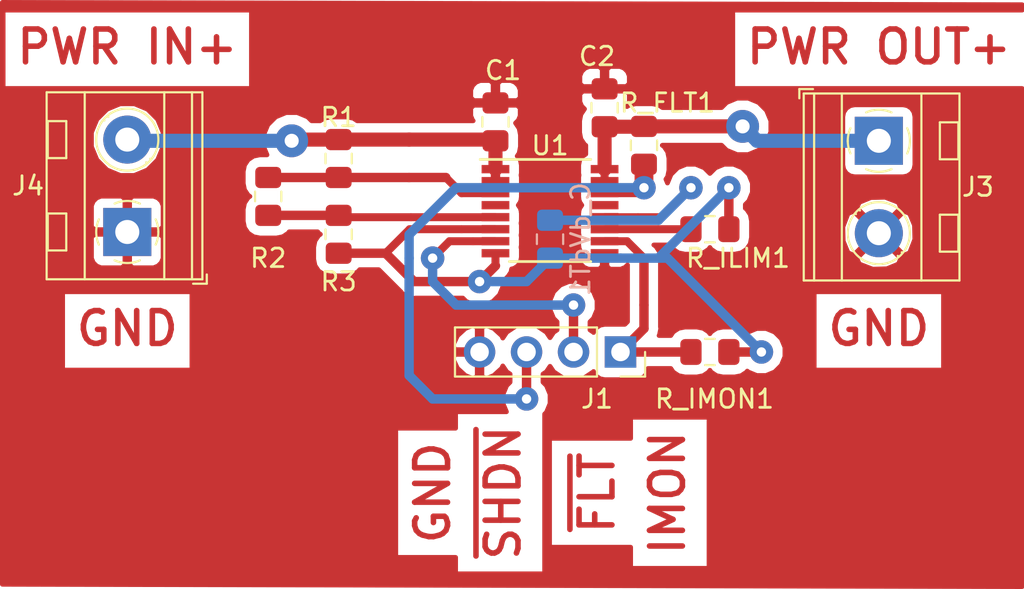
<source format=kicad_pcb>
(kicad_pcb (version 20171130) (host pcbnew "(5.0.2)-1")

  (general
    (thickness 1.6)
    (drawings 8)
    (tracks 83)
    (zones 0)
    (modules 13)
    (nets 12)
  )

  (page A4)
  (layers
    (0 F.Cu signal)
    (31 B.Cu signal hide)
    (32 B.Adhes user hide)
    (33 F.Adhes user hide)
    (34 B.Paste user hide)
    (35 F.Paste user hide)
    (36 B.SilkS user hide)
    (37 F.SilkS user hide)
    (38 B.Mask user hide)
    (39 F.Mask user hide)
    (40 Dwgs.User user hide)
    (41 Cmts.User user hide)
    (42 Eco1.User user hide)
    (43 Eco2.User user hide)
    (44 Edge.Cuts user hide)
    (45 Margin user hide)
    (46 B.CrtYd user hide)
    (47 F.CrtYd user hide)
    (48 B.Fab user hide)
    (49 F.Fab user hide)
  )

  (setup
    (last_trace_width 0.25)
    (trace_clearance 0.2)
    (zone_clearance 0.508)
    (zone_45_only no)
    (trace_min 0.2)
    (segment_width 0.2)
    (edge_width 0.15)
    (via_size 0.8)
    (via_drill 0.4)
    (via_min_size 0.4)
    (via_min_drill 0.3)
    (uvia_size 0.3)
    (uvia_drill 0.1)
    (uvias_allowed no)
    (uvia_min_size 0.2)
    (uvia_min_drill 0.1)
    (pcb_text_width 0.3)
    (pcb_text_size 1.5 1.5)
    (mod_edge_width 0.15)
    (mod_text_size 1 1)
    (mod_text_width 0.15)
    (pad_size 1.524 1.524)
    (pad_drill 0.762)
    (pad_to_mask_clearance 0.051)
    (solder_mask_min_width 0.25)
    (aux_axis_origin 0 0)
    (visible_elements 7FFFFFFF)
    (pcbplotparams
      (layerselection 0x01000_ffffffff)
      (usegerberextensions false)
      (usegerberattributes false)
      (usegerberadvancedattributes false)
      (creategerberjobfile false)
      (excludeedgelayer true)
      (linewidth 0.100000)
      (plotframeref false)
      (viasonmask false)
      (mode 1)
      (useauxorigin false)
      (hpglpennumber 1)
      (hpglpenspeed 20)
      (hpglpendiameter 15.000000)
      (psnegative false)
      (psa4output false)
      (plotreference true)
      (plotvalue true)
      (plotinvisibletext false)
      (padsonsilk false)
      (subtractmaskfromsilk false)
      (outputformat 1)
      (mirror false)
      (drillshape 0)
      (scaleselection 1)
      (outputdirectory "E:/Power Swtich B Drills/"))
  )

  (net 0 "")
  (net 1 GND)
  (net 2 "Net-(C1-Pad1)")
  (net 3 "Net-(C2-Pad2)")
  (net 4 "Net-(C_dVdT1-Pad1)")
  (net 5 "Net-(C_dVdT1-Pad2)")
  (net 6 "Net-(R1-Pad2)")
  (net 7 "Net-(R2-Pad2)")
  (net 8 "Net-(R_ILIM1-Pad1)")
  (net 9 "Net-(J1-Pad1)")
  (net 10 "Net-(J1-Pad2)")
  (net 11 "Net-(J1-Pad3)")

  (net_class Default "This is the default net class."
    (clearance 0.2)
    (trace_width 0.25)
    (via_dia 0.8)
    (via_drill 0.4)
    (uvia_dia 0.3)
    (uvia_drill 0.1)
    (add_net GND)
    (add_net "Net-(C1-Pad1)")
    (add_net "Net-(C2-Pad2)")
    (add_net "Net-(C_dVdT1-Pad1)")
    (add_net "Net-(C_dVdT1-Pad2)")
    (add_net "Net-(J1-Pad1)")
    (add_net "Net-(J1-Pad2)")
    (add_net "Net-(J1-Pad3)")
    (add_net "Net-(R1-Pad2)")
    (add_net "Net-(R2-Pad2)")
    (add_net "Net-(R_ILIM1-Pad1)")
  )

  (module Capacitor_SMD:C_0805_2012Metric_Pad1.15x1.40mm_HandSolder (layer F.Cu) (tedit 5B36C52B) (tstamp 5CD9B2FE)
    (at 150.72 96.765 90)
    (descr "Capacitor SMD 0805 (2012 Metric), square (rectangular) end terminal, IPC_7351 nominal with elongated pad for handsoldering. (Body size source: https://docs.google.com/spreadsheets/d/1BsfQQcO9C6DZCsRaXUlFlo91Tg2WpOkGARC1WS5S8t0/edit?usp=sharing), generated with kicad-footprint-generator")
    (tags "capacitor handsolder")
    (path /5CCCF797)
    (attr smd)
    (fp_text reference C1 (at 2.785 0.41 180) (layer F.SilkS)
      (effects (font (size 1 1) (thickness 0.15)))
    )
    (fp_text value 1uF (at 0 1.65 90) (layer F.Fab)
      (effects (font (size 1 1) (thickness 0.15)))
    )
    (fp_text user %R (at 0 0 90) (layer F.Fab)
      (effects (font (size 0.5 0.5) (thickness 0.08)))
    )
    (fp_line (start 1.85 0.95) (end -1.85 0.95) (layer F.CrtYd) (width 0.05))
    (fp_line (start 1.85 -0.95) (end 1.85 0.95) (layer F.CrtYd) (width 0.05))
    (fp_line (start -1.85 -0.95) (end 1.85 -0.95) (layer F.CrtYd) (width 0.05))
    (fp_line (start -1.85 0.95) (end -1.85 -0.95) (layer F.CrtYd) (width 0.05))
    (fp_line (start -0.261252 0.71) (end 0.261252 0.71) (layer F.SilkS) (width 0.12))
    (fp_line (start -0.261252 -0.71) (end 0.261252 -0.71) (layer F.SilkS) (width 0.12))
    (fp_line (start 1 0.6) (end -1 0.6) (layer F.Fab) (width 0.1))
    (fp_line (start 1 -0.6) (end 1 0.6) (layer F.Fab) (width 0.1))
    (fp_line (start -1 -0.6) (end 1 -0.6) (layer F.Fab) (width 0.1))
    (fp_line (start -1 0.6) (end -1 -0.6) (layer F.Fab) (width 0.1))
    (pad 2 smd roundrect (at 1.025 0 90) (size 1.15 1.4) (layers F.Cu F.Paste F.Mask) (roundrect_rratio 0.217391)
      (net 1 GND))
    (pad 1 smd roundrect (at -1.025 0 90) (size 1.15 1.4) (layers F.Cu F.Paste F.Mask) (roundrect_rratio 0.217391)
      (net 2 "Net-(C1-Pad1)"))
    (model ${KISYS3DMOD}/Capacitor_SMD.3dshapes/C_0805_2012Metric.wrl
      (at (xyz 0 0 0))
      (scale (xyz 1 1 1))
      (rotate (xyz 0 0 0))
    )
  )

  (module Capacitor_SMD:C_0805_2012Metric_Pad1.15x1.40mm_HandSolder (layer F.Cu) (tedit 5B36C52B) (tstamp 5CD9B30F)
    (at 156.62 96.003 270)
    (descr "Capacitor SMD 0805 (2012 Metric), square (rectangular) end terminal, IPC_7351 nominal with elongated pad for handsoldering. (Body size source: https://docs.google.com/spreadsheets/d/1BsfQQcO9C6DZCsRaXUlFlo91Tg2WpOkGARC1WS5S8t0/edit?usp=sharing), generated with kicad-footprint-generator")
    (tags "capacitor handsolder")
    (path /5CAE2DCB)
    (attr smd)
    (fp_text reference C2 (at -2.785 0.41) (layer F.SilkS)
      (effects (font (size 1 1) (thickness 0.15)))
    )
    (fp_text value 1uF (at 0 1.65 270) (layer F.Fab)
      (effects (font (size 1 1) (thickness 0.15)))
    )
    (fp_line (start -1 0.6) (end -1 -0.6) (layer F.Fab) (width 0.1))
    (fp_line (start -1 -0.6) (end 1 -0.6) (layer F.Fab) (width 0.1))
    (fp_line (start 1 -0.6) (end 1 0.6) (layer F.Fab) (width 0.1))
    (fp_line (start 1 0.6) (end -1 0.6) (layer F.Fab) (width 0.1))
    (fp_line (start -0.261252 -0.71) (end 0.261252 -0.71) (layer F.SilkS) (width 0.12))
    (fp_line (start -0.261252 0.71) (end 0.261252 0.71) (layer F.SilkS) (width 0.12))
    (fp_line (start -1.85 0.95) (end -1.85 -0.95) (layer F.CrtYd) (width 0.05))
    (fp_line (start -1.85 -0.95) (end 1.85 -0.95) (layer F.CrtYd) (width 0.05))
    (fp_line (start 1.85 -0.95) (end 1.85 0.95) (layer F.CrtYd) (width 0.05))
    (fp_line (start 1.85 0.95) (end -1.85 0.95) (layer F.CrtYd) (width 0.05))
    (fp_text user %R (at 0 0 270) (layer F.Fab)
      (effects (font (size 0.5 0.5) (thickness 0.08)))
    )
    (pad 1 smd roundrect (at -1.025 0 270) (size 1.15 1.4) (layers F.Cu F.Paste F.Mask) (roundrect_rratio 0.217391)
      (net 1 GND))
    (pad 2 smd roundrect (at 1.025 0 270) (size 1.15 1.4) (layers F.Cu F.Paste F.Mask) (roundrect_rratio 0.217391)
      (net 3 "Net-(C2-Pad2)"))
    (model ${KISYS3DMOD}/Capacitor_SMD.3dshapes/C_0805_2012Metric.wrl
      (at (xyz 0 0 0))
      (scale (xyz 1 1 1))
      (rotate (xyz 0 0 0))
    )
  )

  (module Capacitor_SMD:C_0805_2012Metric_Pad1.15x1.40mm_HandSolder (layer B.Cu) (tedit 5B36C52B) (tstamp 5CD9B320)
    (at 153.67 103.115 90)
    (descr "Capacitor SMD 0805 (2012 Metric), square (rectangular) end terminal, IPC_7351 nominal with elongated pad for handsoldering. (Body size source: https://docs.google.com/spreadsheets/d/1BsfQQcO9C6DZCsRaXUlFlo91Tg2WpOkGARC1WS5S8t0/edit?usp=sharing), generated with kicad-footprint-generator")
    (tags "capacitor handsolder")
    (path /5CCD23E1)
    (attr smd)
    (fp_text reference C_dVdT1 (at 0 1.65 90) (layer B.SilkS)
      (effects (font (size 1 1) (thickness 0.15)) (justify mirror))
    )
    (fp_text value 1uF (at 0 -1.65 90) (layer B.Fab)
      (effects (font (size 1 1) (thickness 0.15)) (justify mirror))
    )
    (fp_line (start -1 -0.6) (end -1 0.6) (layer B.Fab) (width 0.1))
    (fp_line (start -1 0.6) (end 1 0.6) (layer B.Fab) (width 0.1))
    (fp_line (start 1 0.6) (end 1 -0.6) (layer B.Fab) (width 0.1))
    (fp_line (start 1 -0.6) (end -1 -0.6) (layer B.Fab) (width 0.1))
    (fp_line (start -0.261252 0.71) (end 0.261252 0.71) (layer B.SilkS) (width 0.12))
    (fp_line (start -0.261252 -0.71) (end 0.261252 -0.71) (layer B.SilkS) (width 0.12))
    (fp_line (start -1.85 -0.95) (end -1.85 0.95) (layer B.CrtYd) (width 0.05))
    (fp_line (start -1.85 0.95) (end 1.85 0.95) (layer B.CrtYd) (width 0.05))
    (fp_line (start 1.85 0.95) (end 1.85 -0.95) (layer B.CrtYd) (width 0.05))
    (fp_line (start 1.85 -0.95) (end -1.85 -0.95) (layer B.CrtYd) (width 0.05))
    (fp_text user %R (at 0 0 90) (layer B.Fab)
      (effects (font (size 0.5 0.5) (thickness 0.08)) (justify mirror))
    )
    (pad 1 smd roundrect (at -1.025 0 90) (size 1.15 1.4) (layers B.Cu B.Paste B.Mask) (roundrect_rratio 0.217391)
      (net 4 "Net-(C_dVdT1-Pad1)"))
    (pad 2 smd roundrect (at 1.025 0 90) (size 1.15 1.4) (layers B.Cu B.Paste B.Mask) (roundrect_rratio 0.217391)
      (net 5 "Net-(C_dVdT1-Pad2)"))
    (model ${KISYS3DMOD}/Capacitor_SMD.3dshapes/C_0805_2012Metric.wrl
      (at (xyz 0 0 0))
      (scale (xyz 1 1 1))
      (rotate (xyz 0 0 0))
    )
  )

  (module Connector_PinSocket_2.54mm:PinSocket_1x04_P2.54mm_Vertical (layer F.Cu) (tedit 5A19A429) (tstamp 5CD9B338)
    (at 157.48 109.22 270)
    (descr "Through hole straight socket strip, 1x04, 2.54mm pitch, single row (from Kicad 4.0.7), script generated")
    (tags "Through hole socket strip THT 1x04 2.54mm single row")
    (path /5CCF7C5B)
    (fp_text reference J1 (at 2.54 1.27) (layer F.SilkS)
      (effects (font (size 1 1) (thickness 0.15)))
    )
    (fp_text value Conn_01x04_Male (at 0 10.39 270) (layer F.Fab)
      (effects (font (size 1 1) (thickness 0.15)))
    )
    (fp_line (start -1.27 -1.27) (end 0.635 -1.27) (layer F.Fab) (width 0.1))
    (fp_line (start 0.635 -1.27) (end 1.27 -0.635) (layer F.Fab) (width 0.1))
    (fp_line (start 1.27 -0.635) (end 1.27 8.89) (layer F.Fab) (width 0.1))
    (fp_line (start 1.27 8.89) (end -1.27 8.89) (layer F.Fab) (width 0.1))
    (fp_line (start -1.27 8.89) (end -1.27 -1.27) (layer F.Fab) (width 0.1))
    (fp_line (start -1.33 1.27) (end 1.33 1.27) (layer F.SilkS) (width 0.12))
    (fp_line (start -1.33 1.27) (end -1.33 8.95) (layer F.SilkS) (width 0.12))
    (fp_line (start -1.33 8.95) (end 1.33 8.95) (layer F.SilkS) (width 0.12))
    (fp_line (start 1.33 1.27) (end 1.33 8.95) (layer F.SilkS) (width 0.12))
    (fp_line (start 1.33 -1.33) (end 1.33 0) (layer F.SilkS) (width 0.12))
    (fp_line (start 0 -1.33) (end 1.33 -1.33) (layer F.SilkS) (width 0.12))
    (fp_line (start -1.8 -1.8) (end 1.75 -1.8) (layer F.CrtYd) (width 0.05))
    (fp_line (start 1.75 -1.8) (end 1.75 9.4) (layer F.CrtYd) (width 0.05))
    (fp_line (start 1.75 9.4) (end -1.8 9.4) (layer F.CrtYd) (width 0.05))
    (fp_line (start -1.8 9.4) (end -1.8 -1.8) (layer F.CrtYd) (width 0.05))
    (fp_text user %R (at 0 3.81) (layer F.Fab)
      (effects (font (size 1 1) (thickness 0.15)))
    )
    (pad 1 thru_hole rect (at 0 0 270) (size 1.7 1.7) (drill 1) (layers *.Cu *.Mask)
      (net 9 "Net-(J1-Pad1)"))
    (pad 2 thru_hole oval (at 0 2.54 270) (size 1.7 1.7) (drill 1) (layers *.Cu *.Mask)
      (net 10 "Net-(J1-Pad2)"))
    (pad 3 thru_hole oval (at 0 5.08 270) (size 1.7 1.7) (drill 1) (layers *.Cu *.Mask)
      (net 11 "Net-(J1-Pad3)"))
    (pad 4 thru_hole oval (at 0 7.62 270) (size 1.7 1.7) (drill 1) (layers *.Cu *.Mask)
      (net 1 GND))
    (model ${KISYS3DMOD}/Connector_PinSocket_2.54mm.3dshapes/PinSocket_1x04_P2.54mm_Vertical.wrl
      (at (xyz 0 0 0))
      (scale (xyz 1 1 1))
      (rotate (xyz 0 0 0))
    )
  )

  (module TerminalBlock_MetzConnect:TerminalBlock_MetzConnect_Type094_RT03502HBLU_1x02_P5.00mm_Horizontal (layer F.Cu) (tedit 5B294E9C) (tstamp 5CD9B3B0)
    (at 171.45 97.79 270)
    (descr "terminal block Metz Connect Type094_RT03502HBLU, 2 pins, pitch 5mm, size 10x8.3mm^2, drill diamater 1.3mm, pad diameter 2.6mm, see http://www.metz-connect.com/ru/system/files/productfiles/Data_sheet_310941_RT035xxHBLU_OFF-022742T.pdf, script-generated using https://github.com/pointhi/kicad-footprint-generator/scripts/TerminalBlock_MetzConnect")
    (tags "THT terminal block Metz Connect Type094_RT03502HBLU pitch 5mm size 10x8.3mm^2 drill 1.3mm pad 2.6mm")
    (path /5CAE2D19)
    (fp_text reference J3 (at 2.5 -5.36) (layer F.SilkS)
      (effects (font (size 1 1) (thickness 0.15)))
    )
    (fp_text value Screw_Terminal_01x02 (at 2.5 5.06 270) (layer F.Fab)
      (effects (font (size 1 1) (thickness 0.15)))
    )
    (fp_arc (start 0 0) (end 0 1.68) (angle -24) (layer F.SilkS) (width 0.12))
    (fp_arc (start 0 0) (end 1.535 0.684) (angle -48) (layer F.SilkS) (width 0.12))
    (fp_arc (start 0 0) (end 0.684 -1.535) (angle -48) (layer F.SilkS) (width 0.12))
    (fp_arc (start 0 0) (end -1.535 -0.684) (angle -48) (layer F.SilkS) (width 0.12))
    (fp_arc (start 0 0) (end -0.684 1.535) (angle -25) (layer F.SilkS) (width 0.12))
    (fp_circle (center 0 0) (end 1.5 0) (layer F.Fab) (width 0.1))
    (fp_circle (center 5 0) (end 6.5 0) (layer F.Fab) (width 0.1))
    (fp_circle (center 5 0) (end 6.68 0) (layer F.SilkS) (width 0.12))
    (fp_line (start -2.5 -4.3) (end 7.5 -4.3) (layer F.Fab) (width 0.1))
    (fp_line (start 7.5 -4.3) (end 7.5 4) (layer F.Fab) (width 0.1))
    (fp_line (start 7.5 4) (end -2 4) (layer F.Fab) (width 0.1))
    (fp_line (start -2 4) (end -2.5 3.5) (layer F.Fab) (width 0.1))
    (fp_line (start -2.5 3.5) (end -2.5 -4.3) (layer F.Fab) (width 0.1))
    (fp_line (start -2.5 3.5) (end 7.5 3.5) (layer F.Fab) (width 0.1))
    (fp_line (start -2.56 3.5) (end 7.56 3.5) (layer F.SilkS) (width 0.12))
    (fp_line (start -2.5 2) (end 7.5 2) (layer F.Fab) (width 0.1))
    (fp_line (start -2.56 2) (end 7.56 2) (layer F.SilkS) (width 0.12))
    (fp_line (start -2.5 -2.3) (end 7.5 -2.3) (layer F.Fab) (width 0.1))
    (fp_line (start -2.56 -2.301) (end 7.56 -2.301) (layer F.SilkS) (width 0.12))
    (fp_line (start -2.56 -4.36) (end 7.56 -4.36) (layer F.SilkS) (width 0.12))
    (fp_line (start -2.56 4.06) (end 7.56 4.06) (layer F.SilkS) (width 0.12))
    (fp_line (start -2.56 -4.36) (end -2.56 4.06) (layer F.SilkS) (width 0.12))
    (fp_line (start 7.56 -4.36) (end 7.56 4.06) (layer F.SilkS) (width 0.12))
    (fp_line (start 1.138 -0.955) (end -0.955 1.138) (layer F.Fab) (width 0.1))
    (fp_line (start 0.955 -1.138) (end -1.138 0.955) (layer F.Fab) (width 0.1))
    (fp_line (start -1 -4.3) (end -1 -3.3) (layer F.Fab) (width 0.1))
    (fp_line (start -1 -3.3) (end 1 -3.3) (layer F.Fab) (width 0.1))
    (fp_line (start 1 -3.3) (end 1 -4.3) (layer F.Fab) (width 0.1))
    (fp_line (start 1 -4.3) (end -1 -4.3) (layer F.Fab) (width 0.1))
    (fp_line (start -1 -4.3) (end 1 -4.3) (layer F.SilkS) (width 0.12))
    (fp_line (start -1 -3.3) (end 1 -3.3) (layer F.SilkS) (width 0.12))
    (fp_line (start -1 -4.3) (end -1 -3.3) (layer F.SilkS) (width 0.12))
    (fp_line (start 1 -4.3) (end 1 -3.3) (layer F.SilkS) (width 0.12))
    (fp_line (start 6.138 -0.955) (end 4.046 1.138) (layer F.Fab) (width 0.1))
    (fp_line (start 5.955 -1.138) (end 3.863 0.955) (layer F.Fab) (width 0.1))
    (fp_line (start 6.275 -1.069) (end 6.228 -1.023) (layer F.SilkS) (width 0.12))
    (fp_line (start 3.966 1.239) (end 3.931 1.274) (layer F.SilkS) (width 0.12))
    (fp_line (start 6.07 -1.275) (end 6.035 -1.239) (layer F.SilkS) (width 0.12))
    (fp_line (start 3.773 1.023) (end 3.726 1.069) (layer F.SilkS) (width 0.12))
    (fp_line (start 4 -4.3) (end 4 -3.3) (layer F.Fab) (width 0.1))
    (fp_line (start 4 -3.3) (end 6 -3.3) (layer F.Fab) (width 0.1))
    (fp_line (start 6 -3.3) (end 6 -4.3) (layer F.Fab) (width 0.1))
    (fp_line (start 6 -4.3) (end 4 -4.3) (layer F.Fab) (width 0.1))
    (fp_line (start 4 -4.3) (end 6 -4.3) (layer F.SilkS) (width 0.12))
    (fp_line (start 4 -3.3) (end 6 -3.3) (layer F.SilkS) (width 0.12))
    (fp_line (start 4 -4.3) (end 4 -3.3) (layer F.SilkS) (width 0.12))
    (fp_line (start 6 -4.3) (end 6 -3.3) (layer F.SilkS) (width 0.12))
    (fp_line (start -2.8 3.56) (end -2.8 4.3) (layer F.SilkS) (width 0.12))
    (fp_line (start -2.8 4.3) (end -2.3 4.3) (layer F.SilkS) (width 0.12))
    (fp_line (start -3 -4.81) (end -3 4.5) (layer F.CrtYd) (width 0.05))
    (fp_line (start -3 4.5) (end 8 4.5) (layer F.CrtYd) (width 0.05))
    (fp_line (start 8 4.5) (end 8 -4.81) (layer F.CrtYd) (width 0.05))
    (fp_line (start 8 -4.81) (end -3 -4.81) (layer F.CrtYd) (width 0.05))
    (fp_text user %R (at 2.5 2.75 270) (layer F.Fab)
      (effects (font (size 1 1) (thickness 0.15)))
    )
    (pad 1 thru_hole rect (at 0 0 270) (size 2.6 2.6) (drill 1.3) (layers *.Cu *.Mask)
      (net 3 "Net-(C2-Pad2)"))
    (pad 2 thru_hole circle (at 5 0 270) (size 2.6 2.6) (drill 1.3) (layers *.Cu *.Mask)
      (net 1 GND))
    (model ${KISYS3DMOD}/TerminalBlock_MetzConnect.3dshapes/TerminalBlock_MetzConnect_Type094_RT03502HBLU_1x02_P5.00mm_Horizontal.wrl
      (at (xyz 0 0 0))
      (scale (xyz 1 1 1))
      (rotate (xyz 0 0 0))
    )
  )

  (module TerminalBlock_MetzConnect:TerminalBlock_MetzConnect_Type094_RT03502HBLU_1x02_P5.00mm_Horizontal (layer F.Cu) (tedit 5B294E9C) (tstamp 5CD9B3EC)
    (at 130.81 102.725 90)
    (descr "terminal block Metz Connect Type094_RT03502HBLU, 2 pins, pitch 5mm, size 10x8.3mm^2, drill diamater 1.3mm, pad diameter 2.6mm, see http://www.metz-connect.com/ru/system/files/productfiles/Data_sheet_310941_RT035xxHBLU_OFF-022742T.pdf, script-generated using https://github.com/pointhi/kicad-footprint-generator/scripts/TerminalBlock_MetzConnect")
    (tags "THT terminal block Metz Connect Type094_RT03502HBLU pitch 5mm size 10x8.3mm^2 drill 1.3mm pad 2.6mm")
    (path /5CAE3927)
    (fp_text reference J4 (at 2.5 -5.36 180) (layer F.SilkS)
      (effects (font (size 1 1) (thickness 0.15)))
    )
    (fp_text value Screw_Terminal_01x02 (at 2.5 5.06 90) (layer F.Fab)
      (effects (font (size 1 1) (thickness 0.15)))
    )
    (fp_arc (start 0 0) (end 0 1.68) (angle -24) (layer F.SilkS) (width 0.12))
    (fp_arc (start 0 0) (end 1.535 0.684) (angle -48) (layer F.SilkS) (width 0.12))
    (fp_arc (start 0 0) (end 0.684 -1.535) (angle -48) (layer F.SilkS) (width 0.12))
    (fp_arc (start 0 0) (end -1.535 -0.684) (angle -48) (layer F.SilkS) (width 0.12))
    (fp_arc (start 0 0) (end -0.684 1.535) (angle -25) (layer F.SilkS) (width 0.12))
    (fp_circle (center 0 0) (end 1.5 0) (layer F.Fab) (width 0.1))
    (fp_circle (center 5 0) (end 6.5 0) (layer F.Fab) (width 0.1))
    (fp_circle (center 5 0) (end 6.68 0) (layer F.SilkS) (width 0.12))
    (fp_line (start -2.5 -4.3) (end 7.5 -4.3) (layer F.Fab) (width 0.1))
    (fp_line (start 7.5 -4.3) (end 7.5 4) (layer F.Fab) (width 0.1))
    (fp_line (start 7.5 4) (end -2 4) (layer F.Fab) (width 0.1))
    (fp_line (start -2 4) (end -2.5 3.5) (layer F.Fab) (width 0.1))
    (fp_line (start -2.5 3.5) (end -2.5 -4.3) (layer F.Fab) (width 0.1))
    (fp_line (start -2.5 3.5) (end 7.5 3.5) (layer F.Fab) (width 0.1))
    (fp_line (start -2.56 3.5) (end 7.56 3.5) (layer F.SilkS) (width 0.12))
    (fp_line (start -2.5 2) (end 7.5 2) (layer F.Fab) (width 0.1))
    (fp_line (start -2.56 2) (end 7.56 2) (layer F.SilkS) (width 0.12))
    (fp_line (start -2.5 -2.3) (end 7.5 -2.3) (layer F.Fab) (width 0.1))
    (fp_line (start -2.56 -2.301) (end 7.56 -2.301) (layer F.SilkS) (width 0.12))
    (fp_line (start -2.56 -4.36) (end 7.56 -4.36) (layer F.SilkS) (width 0.12))
    (fp_line (start -2.56 4.06) (end 7.56 4.06) (layer F.SilkS) (width 0.12))
    (fp_line (start -2.56 -4.36) (end -2.56 4.06) (layer F.SilkS) (width 0.12))
    (fp_line (start 7.56 -4.36) (end 7.56 4.06) (layer F.SilkS) (width 0.12))
    (fp_line (start 1.138 -0.955) (end -0.955 1.138) (layer F.Fab) (width 0.1))
    (fp_line (start 0.955 -1.138) (end -1.138 0.955) (layer F.Fab) (width 0.1))
    (fp_line (start -1 -4.3) (end -1 -3.3) (layer F.Fab) (width 0.1))
    (fp_line (start -1 -3.3) (end 1 -3.3) (layer F.Fab) (width 0.1))
    (fp_line (start 1 -3.3) (end 1 -4.3) (layer F.Fab) (width 0.1))
    (fp_line (start 1 -4.3) (end -1 -4.3) (layer F.Fab) (width 0.1))
    (fp_line (start -1 -4.3) (end 1 -4.3) (layer F.SilkS) (width 0.12))
    (fp_line (start -1 -3.3) (end 1 -3.3) (layer F.SilkS) (width 0.12))
    (fp_line (start -1 -4.3) (end -1 -3.3) (layer F.SilkS) (width 0.12))
    (fp_line (start 1 -4.3) (end 1 -3.3) (layer F.SilkS) (width 0.12))
    (fp_line (start 6.138 -0.955) (end 4.046 1.138) (layer F.Fab) (width 0.1))
    (fp_line (start 5.955 -1.138) (end 3.863 0.955) (layer F.Fab) (width 0.1))
    (fp_line (start 6.275 -1.069) (end 6.228 -1.023) (layer F.SilkS) (width 0.12))
    (fp_line (start 3.966 1.239) (end 3.931 1.274) (layer F.SilkS) (width 0.12))
    (fp_line (start 6.07 -1.275) (end 6.035 -1.239) (layer F.SilkS) (width 0.12))
    (fp_line (start 3.773 1.023) (end 3.726 1.069) (layer F.SilkS) (width 0.12))
    (fp_line (start 4 -4.3) (end 4 -3.3) (layer F.Fab) (width 0.1))
    (fp_line (start 4 -3.3) (end 6 -3.3) (layer F.Fab) (width 0.1))
    (fp_line (start 6 -3.3) (end 6 -4.3) (layer F.Fab) (width 0.1))
    (fp_line (start 6 -4.3) (end 4 -4.3) (layer F.Fab) (width 0.1))
    (fp_line (start 4 -4.3) (end 6 -4.3) (layer F.SilkS) (width 0.12))
    (fp_line (start 4 -3.3) (end 6 -3.3) (layer F.SilkS) (width 0.12))
    (fp_line (start 4 -4.3) (end 4 -3.3) (layer F.SilkS) (width 0.12))
    (fp_line (start 6 -4.3) (end 6 -3.3) (layer F.SilkS) (width 0.12))
    (fp_line (start -2.8 3.56) (end -2.8 4.3) (layer F.SilkS) (width 0.12))
    (fp_line (start -2.8 4.3) (end -2.3 4.3) (layer F.SilkS) (width 0.12))
    (fp_line (start -3 -4.81) (end -3 4.5) (layer F.CrtYd) (width 0.05))
    (fp_line (start -3 4.5) (end 8 4.5) (layer F.CrtYd) (width 0.05))
    (fp_line (start 8 4.5) (end 8 -4.81) (layer F.CrtYd) (width 0.05))
    (fp_line (start 8 -4.81) (end -3 -4.81) (layer F.CrtYd) (width 0.05))
    (fp_text user %R (at 2.5 2.75 90) (layer F.Fab)
      (effects (font (size 1 1) (thickness 0.15)))
    )
    (pad 1 thru_hole rect (at 0 0 90) (size 2.6 2.6) (drill 1.3) (layers *.Cu *.Mask)
      (net 1 GND))
    (pad 2 thru_hole circle (at 5 0 90) (size 2.6 2.6) (drill 1.3) (layers *.Cu *.Mask)
      (net 2 "Net-(C1-Pad1)"))
    (model ${KISYS3DMOD}/TerminalBlock_MetzConnect.3dshapes/TerminalBlock_MetzConnect_Type094_RT03502HBLU_1x02_P5.00mm_Horizontal.wrl
      (at (xyz 0 0 0))
      (scale (xyz 1 1 1))
      (rotate (xyz 0 0 0))
    )
  )

  (module Resistor_SMD:R_0805_2012Metric_Pad1.15x1.40mm_HandSolder (layer F.Cu) (tedit 5B36C52B) (tstamp 5CD9B3FD)
    (at 142.24 98.75 270)
    (descr "Resistor SMD 0805 (2012 Metric), square (rectangular) end terminal, IPC_7351 nominal with elongated pad for handsoldering. (Body size source: https://docs.google.com/spreadsheets/d/1BsfQQcO9C6DZCsRaXUlFlo91Tg2WpOkGARC1WS5S8t0/edit?usp=sharing), generated with kicad-footprint-generator")
    (tags "resistor handsolder")
    (path /5CAE34DD)
    (attr smd)
    (fp_text reference R1 (at -2.23 0) (layer F.SilkS)
      (effects (font (size 1 1) (thickness 0.15)))
    )
    (fp_text value x (at 0 1.65 270) (layer F.Fab)
      (effects (font (size 1 1) (thickness 0.15)))
    )
    (fp_text user %R (at 0 0 270) (layer F.Fab)
      (effects (font (size 0.5 0.5) (thickness 0.08)))
    )
    (fp_line (start 1.85 0.95) (end -1.85 0.95) (layer F.CrtYd) (width 0.05))
    (fp_line (start 1.85 -0.95) (end 1.85 0.95) (layer F.CrtYd) (width 0.05))
    (fp_line (start -1.85 -0.95) (end 1.85 -0.95) (layer F.CrtYd) (width 0.05))
    (fp_line (start -1.85 0.95) (end -1.85 -0.95) (layer F.CrtYd) (width 0.05))
    (fp_line (start -0.261252 0.71) (end 0.261252 0.71) (layer F.SilkS) (width 0.12))
    (fp_line (start -0.261252 -0.71) (end 0.261252 -0.71) (layer F.SilkS) (width 0.12))
    (fp_line (start 1 0.6) (end -1 0.6) (layer F.Fab) (width 0.1))
    (fp_line (start 1 -0.6) (end 1 0.6) (layer F.Fab) (width 0.1))
    (fp_line (start -1 -0.6) (end 1 -0.6) (layer F.Fab) (width 0.1))
    (fp_line (start -1 0.6) (end -1 -0.6) (layer F.Fab) (width 0.1))
    (pad 2 smd roundrect (at 1.025 0 270) (size 1.15 1.4) (layers F.Cu F.Paste F.Mask) (roundrect_rratio 0.217391)
      (net 6 "Net-(R1-Pad2)"))
    (pad 1 smd roundrect (at -1.025 0 270) (size 1.15 1.4) (layers F.Cu F.Paste F.Mask) (roundrect_rratio 0.217391)
      (net 2 "Net-(C1-Pad1)"))
    (model ${KISYS3DMOD}/Resistor_SMD.3dshapes/R_0805_2012Metric.wrl
      (at (xyz 0 0 0))
      (scale (xyz 1 1 1))
      (rotate (xyz 0 0 0))
    )
  )

  (module Resistor_SMD:R_0805_2012Metric_Pad1.15x1.40mm_HandSolder (layer F.Cu) (tedit 5B36C52B) (tstamp 5CD9B40E)
    (at 138.43 100.8 270)
    (descr "Resistor SMD 0805 (2012 Metric), square (rectangular) end terminal, IPC_7351 nominal with elongated pad for handsoldering. (Body size source: https://docs.google.com/spreadsheets/d/1BsfQQcO9C6DZCsRaXUlFlo91Tg2WpOkGARC1WS5S8t0/edit?usp=sharing), generated with kicad-footprint-generator")
    (tags "resistor handsolder")
    (path /5CCD171C)
    (attr smd)
    (fp_text reference R2 (at 3.34 0) (layer F.SilkS)
      (effects (font (size 1 1) (thickness 0.15)))
    )
    (fp_text value x (at 0 1.65 270) (layer F.Fab)
      (effects (font (size 1 1) (thickness 0.15)))
    )
    (fp_line (start -1 0.6) (end -1 -0.6) (layer F.Fab) (width 0.1))
    (fp_line (start -1 -0.6) (end 1 -0.6) (layer F.Fab) (width 0.1))
    (fp_line (start 1 -0.6) (end 1 0.6) (layer F.Fab) (width 0.1))
    (fp_line (start 1 0.6) (end -1 0.6) (layer F.Fab) (width 0.1))
    (fp_line (start -0.261252 -0.71) (end 0.261252 -0.71) (layer F.SilkS) (width 0.12))
    (fp_line (start -0.261252 0.71) (end 0.261252 0.71) (layer F.SilkS) (width 0.12))
    (fp_line (start -1.85 0.95) (end -1.85 -0.95) (layer F.CrtYd) (width 0.05))
    (fp_line (start -1.85 -0.95) (end 1.85 -0.95) (layer F.CrtYd) (width 0.05))
    (fp_line (start 1.85 -0.95) (end 1.85 0.95) (layer F.CrtYd) (width 0.05))
    (fp_line (start 1.85 0.95) (end -1.85 0.95) (layer F.CrtYd) (width 0.05))
    (fp_text user %R (at 0 0 270) (layer F.Fab)
      (effects (font (size 0.5 0.5) (thickness 0.08)))
    )
    (pad 1 smd roundrect (at -1.025 0 270) (size 1.15 1.4) (layers F.Cu F.Paste F.Mask) (roundrect_rratio 0.217391)
      (net 6 "Net-(R1-Pad2)"))
    (pad 2 smd roundrect (at 1.025 0 270) (size 1.15 1.4) (layers F.Cu F.Paste F.Mask) (roundrect_rratio 0.217391)
      (net 7 "Net-(R2-Pad2)"))
    (model ${KISYS3DMOD}/Resistor_SMD.3dshapes/R_0805_2012Metric.wrl
      (at (xyz 0 0 0))
      (scale (xyz 1 1 1))
      (rotate (xyz 0 0 0))
    )
  )

  (module Resistor_SMD:R_0805_2012Metric_Pad1.15x1.40mm_HandSolder (layer F.Cu) (tedit 5B36C52B) (tstamp 5CD9B41F)
    (at 142.24 102.85 270)
    (descr "Resistor SMD 0805 (2012 Metric), square (rectangular) end terminal, IPC_7351 nominal with elongated pad for handsoldering. (Body size source: https://docs.google.com/spreadsheets/d/1BsfQQcO9C6DZCsRaXUlFlo91Tg2WpOkGARC1WS5S8t0/edit?usp=sharing), generated with kicad-footprint-generator")
    (tags "resistor handsolder")
    (path /5CCD189E)
    (attr smd)
    (fp_text reference R3 (at 2.56 0) (layer F.SilkS)
      (effects (font (size 1 1) (thickness 0.15)))
    )
    (fp_text value x (at 0 1.65 270) (layer F.Fab)
      (effects (font (size 1 1) (thickness 0.15)))
    )
    (fp_text user %R (at 0 0 270) (layer F.Fab)
      (effects (font (size 0.5 0.5) (thickness 0.08)))
    )
    (fp_line (start 1.85 0.95) (end -1.85 0.95) (layer F.CrtYd) (width 0.05))
    (fp_line (start 1.85 -0.95) (end 1.85 0.95) (layer F.CrtYd) (width 0.05))
    (fp_line (start -1.85 -0.95) (end 1.85 -0.95) (layer F.CrtYd) (width 0.05))
    (fp_line (start -1.85 0.95) (end -1.85 -0.95) (layer F.CrtYd) (width 0.05))
    (fp_line (start -0.261252 0.71) (end 0.261252 0.71) (layer F.SilkS) (width 0.12))
    (fp_line (start -0.261252 -0.71) (end 0.261252 -0.71) (layer F.SilkS) (width 0.12))
    (fp_line (start 1 0.6) (end -1 0.6) (layer F.Fab) (width 0.1))
    (fp_line (start 1 -0.6) (end 1 0.6) (layer F.Fab) (width 0.1))
    (fp_line (start -1 -0.6) (end 1 -0.6) (layer F.Fab) (width 0.1))
    (fp_line (start -1 0.6) (end -1 -0.6) (layer F.Fab) (width 0.1))
    (pad 2 smd roundrect (at 1.025 0 270) (size 1.15 1.4) (layers F.Cu F.Paste F.Mask) (roundrect_rratio 0.217391)
      (net 4 "Net-(C_dVdT1-Pad1)"))
    (pad 1 smd roundrect (at -1.025 0 270) (size 1.15 1.4) (layers F.Cu F.Paste F.Mask) (roundrect_rratio 0.217391)
      (net 7 "Net-(R2-Pad2)"))
    (model ${KISYS3DMOD}/Resistor_SMD.3dshapes/R_0805_2012Metric.wrl
      (at (xyz 0 0 0))
      (scale (xyz 1 1 1))
      (rotate (xyz 0 0 0))
    )
  )

  (module Resistor_SMD:R_0805_2012Metric_Pad1.15x1.40mm_HandSolder (layer F.Cu) (tedit 5B36C52B) (tstamp 5CD9B430)
    (at 162.315 102.575)
    (descr "Resistor SMD 0805 (2012 Metric), square (rectangular) end terminal, IPC_7351 nominal with elongated pad for handsoldering. (Body size source: https://docs.google.com/spreadsheets/d/1BsfQQcO9C6DZCsRaXUlFlo91Tg2WpOkGARC1WS5S8t0/edit?usp=sharing), generated with kicad-footprint-generator")
    (tags "resistor handsolder")
    (path /5CCD43D8)
    (attr smd)
    (fp_text reference R_ILIM1 (at 1.515 1.565) (layer F.SilkS)
      (effects (font (size 1 1) (thickness 0.15)))
    )
    (fp_text value 12k (at 0 1.65) (layer F.Fab)
      (effects (font (size 1 1) (thickness 0.15)))
    )
    (fp_line (start -1 0.6) (end -1 -0.6) (layer F.Fab) (width 0.1))
    (fp_line (start -1 -0.6) (end 1 -0.6) (layer F.Fab) (width 0.1))
    (fp_line (start 1 -0.6) (end 1 0.6) (layer F.Fab) (width 0.1))
    (fp_line (start 1 0.6) (end -1 0.6) (layer F.Fab) (width 0.1))
    (fp_line (start -0.261252 -0.71) (end 0.261252 -0.71) (layer F.SilkS) (width 0.12))
    (fp_line (start -0.261252 0.71) (end 0.261252 0.71) (layer F.SilkS) (width 0.12))
    (fp_line (start -1.85 0.95) (end -1.85 -0.95) (layer F.CrtYd) (width 0.05))
    (fp_line (start -1.85 -0.95) (end 1.85 -0.95) (layer F.CrtYd) (width 0.05))
    (fp_line (start 1.85 -0.95) (end 1.85 0.95) (layer F.CrtYd) (width 0.05))
    (fp_line (start 1.85 0.95) (end -1.85 0.95) (layer F.CrtYd) (width 0.05))
    (fp_text user %R (at 0 0) (layer F.Fab)
      (effects (font (size 0.5 0.5) (thickness 0.08)))
    )
    (pad 1 smd roundrect (at -1.025 0) (size 1.15 1.4) (layers F.Cu F.Paste F.Mask) (roundrect_rratio 0.217391)
      (net 8 "Net-(R_ILIM1-Pad1)"))
    (pad 2 smd roundrect (at 1.025 0) (size 1.15 1.4) (layers F.Cu F.Paste F.Mask) (roundrect_rratio 0.217391)
      (net 4 "Net-(C_dVdT1-Pad1)"))
    (model ${KISYS3DMOD}/Resistor_SMD.3dshapes/R_0805_2012Metric.wrl
      (at (xyz 0 0 0))
      (scale (xyz 1 1 1))
      (rotate (xyz 0 0 0))
    )
  )

  (module Resistor_SMD:R_0805_2012Metric_Pad1.15x1.40mm_HandSolder (layer F.Cu) (tedit 5B36C52B) (tstamp 5CD9B441)
    (at 162.315 109.22)
    (descr "Resistor SMD 0805 (2012 Metric), square (rectangular) end terminal, IPC_7351 nominal with elongated pad for handsoldering. (Body size source: https://docs.google.com/spreadsheets/d/1BsfQQcO9C6DZCsRaXUlFlo91Tg2WpOkGARC1WS5S8t0/edit?usp=sharing), generated with kicad-footprint-generator")
    (tags "resistor handsolder")
    (path /5CCD5D85)
    (attr smd)
    (fp_text reference R_IMON1 (at 0.245 2.54 180) (layer F.SilkS)
      (effects (font (size 1 1) (thickness 0.15)))
    )
    (fp_text value 33k (at 0 1.65) (layer F.Fab)
      (effects (font (size 1 1) (thickness 0.15)))
    )
    (fp_line (start -1 0.6) (end -1 -0.6) (layer F.Fab) (width 0.1))
    (fp_line (start -1 -0.6) (end 1 -0.6) (layer F.Fab) (width 0.1))
    (fp_line (start 1 -0.6) (end 1 0.6) (layer F.Fab) (width 0.1))
    (fp_line (start 1 0.6) (end -1 0.6) (layer F.Fab) (width 0.1))
    (fp_line (start -0.261252 -0.71) (end 0.261252 -0.71) (layer F.SilkS) (width 0.12))
    (fp_line (start -0.261252 0.71) (end 0.261252 0.71) (layer F.SilkS) (width 0.12))
    (fp_line (start -1.85 0.95) (end -1.85 -0.95) (layer F.CrtYd) (width 0.05))
    (fp_line (start -1.85 -0.95) (end 1.85 -0.95) (layer F.CrtYd) (width 0.05))
    (fp_line (start 1.85 -0.95) (end 1.85 0.95) (layer F.CrtYd) (width 0.05))
    (fp_line (start 1.85 0.95) (end -1.85 0.95) (layer F.CrtYd) (width 0.05))
    (fp_text user %R (at 0 0) (layer F.Fab)
      (effects (font (size 0.5 0.5) (thickness 0.08)))
    )
    (pad 1 smd roundrect (at -1.025 0) (size 1.15 1.4) (layers F.Cu F.Paste F.Mask) (roundrect_rratio 0.217391)
      (net 9 "Net-(J1-Pad1)"))
    (pad 2 smd roundrect (at 1.025 0) (size 1.15 1.4) (layers F.Cu F.Paste F.Mask) (roundrect_rratio 0.217391)
      (net 4 "Net-(C_dVdT1-Pad1)"))
    (model ${KISYS3DMOD}/Resistor_SMD.3dshapes/R_0805_2012Metric.wrl
      (at (xyz 0 0 0))
      (scale (xyz 1 1 1))
      (rotate (xyz 0 0 0))
    )
  )

  (module Package_SO:TSSOP-16_4.4x5mm_P0.65mm (layer F.Cu) (tedit 5A02F25C) (tstamp 5CD9B483)
    (at 153.67 101.6)
    (descr "16-Lead Plastic Thin Shrink Small Outline (ST)-4.4 mm Body [TSSOP] (see Microchip Packaging Specification 00000049BS.pdf)")
    (tags "SSOP 0.65")
    (path /5CCCEBC6)
    (attr smd)
    (fp_text reference U1 (at 0 -3.55) (layer F.SilkS)
      (effects (font (size 1 1) (thickness 0.15)))
    )
    (fp_text value TPS26600 (at 0 3.55) (layer F.Fab)
      (effects (font (size 1 1) (thickness 0.15)))
    )
    (fp_line (start -1.2 -2.5) (end 2.2 -2.5) (layer F.Fab) (width 0.15))
    (fp_line (start 2.2 -2.5) (end 2.2 2.5) (layer F.Fab) (width 0.15))
    (fp_line (start 2.2 2.5) (end -2.2 2.5) (layer F.Fab) (width 0.15))
    (fp_line (start -2.2 2.5) (end -2.2 -1.5) (layer F.Fab) (width 0.15))
    (fp_line (start -2.2 -1.5) (end -1.2 -2.5) (layer F.Fab) (width 0.15))
    (fp_line (start -3.95 -2.9) (end -3.95 2.8) (layer F.CrtYd) (width 0.05))
    (fp_line (start 3.95 -2.9) (end 3.95 2.8) (layer F.CrtYd) (width 0.05))
    (fp_line (start -3.95 -2.9) (end 3.95 -2.9) (layer F.CrtYd) (width 0.05))
    (fp_line (start -3.95 2.8) (end 3.95 2.8) (layer F.CrtYd) (width 0.05))
    (fp_line (start -2.2 2.725) (end 2.2 2.725) (layer F.SilkS) (width 0.15))
    (fp_line (start -3.775 -2.8) (end 2.2 -2.8) (layer F.SilkS) (width 0.15))
    (fp_text user %R (at 0 0) (layer F.Fab)
      (effects (font (size 0.8 0.8) (thickness 0.15)))
    )
    (pad 1 smd rect (at -2.95 -2.275) (size 1.5 0.45) (layers F.Cu F.Paste F.Mask)
      (net 2 "Net-(C1-Pad1)"))
    (pad 2 smd rect (at -2.95 -1.625) (size 1.5 0.45) (layers F.Cu F.Paste F.Mask)
      (net 2 "Net-(C1-Pad1)"))
    (pad 3 smd rect (at -2.95 -0.975) (size 1.5 0.45) (layers F.Cu F.Paste F.Mask)
      (net 6 "Net-(R1-Pad2)"))
    (pad 4 smd rect (at -2.95 -0.325) (size 1.5 0.45) (layers F.Cu F.Paste F.Mask)
      (net 1 GND))
    (pad 5 smd rect (at -2.95 0.325) (size 1.5 0.45) (layers F.Cu F.Paste F.Mask)
      (net 7 "Net-(R2-Pad2)"))
    (pad 6 smd rect (at -2.95 0.975) (size 1.5 0.45) (layers F.Cu F.Paste F.Mask)
      (net 4 "Net-(C_dVdT1-Pad1)"))
    (pad 7 smd rect (at -2.95 1.625) (size 1.5 0.45) (layers F.Cu F.Paste F.Mask)
      (net 10 "Net-(J1-Pad2)"))
    (pad 8 smd rect (at -2.95 2.275) (size 1.5 0.45) (layers F.Cu F.Paste F.Mask)
      (net 4 "Net-(C_dVdT1-Pad1)"))
    (pad 9 smd rect (at 2.95 2.275) (size 1.5 0.45) (layers F.Cu F.Paste F.Mask)
      (net 1 GND))
    (pad 10 smd rect (at 2.95 1.625) (size 1.5 0.45) (layers F.Cu F.Paste F.Mask)
      (net 9 "Net-(J1-Pad1)"))
    (pad 11 smd rect (at 2.95 0.975) (size 1.5 0.45) (layers F.Cu F.Paste F.Mask)
      (net 8 "Net-(R_ILIM1-Pad1)"))
    (pad 12 smd rect (at 2.95 0.325) (size 1.5 0.45) (layers F.Cu F.Paste F.Mask)
      (net 5 "Net-(C_dVdT1-Pad2)"))
    (pad 13 smd rect (at 2.95 -0.325) (size 1.5 0.45) (layers F.Cu F.Paste F.Mask)
      (net 1 GND))
    (pad 14 smd rect (at 2.95 -0.975) (size 1.5 0.45) (layers F.Cu F.Paste F.Mask)
      (net 11 "Net-(J1-Pad3)"))
    (pad 15 smd rect (at 2.95 -1.625) (size 1.5 0.45) (layers F.Cu F.Paste F.Mask)
      (net 3 "Net-(C2-Pad2)"))
    (pad 16 smd rect (at 2.95 -2.275) (size 1.5 0.45) (layers F.Cu F.Paste F.Mask)
      (net 3 "Net-(C2-Pad2)"))
    (model ${KISYS3DMOD}/Package_SO.3dshapes/TSSOP-16_4.4x5mm_P0.65mm.wrl
      (at (xyz 0 0 0))
      (scale (xyz 1 1 1))
      (rotate (xyz 0 0 0))
    )
  )

  (module Resistor_SMD:R_0805_2012Metric_Pad1.15x1.40mm_HandSolder (layer F.Cu) (tedit 5B36C52B) (tstamp 5CD8B510)
    (at 158.75 98.035 270)
    (descr "Resistor SMD 0805 (2012 Metric), square (rectangular) end terminal, IPC_7351 nominal with elongated pad for handsoldering. (Body size source: https://docs.google.com/spreadsheets/d/1BsfQQcO9C6DZCsRaXUlFlo91Tg2WpOkGARC1WS5S8t0/edit?usp=sharing), generated with kicad-footprint-generator")
    (tags "resistor handsolder")
    (path /5CCDF10D)
    (attr smd)
    (fp_text reference R_FLT1 (at -2.295 -1.27 180) (layer F.SilkS)
      (effects (font (size 1 1) (thickness 0.15)))
    )
    (fp_text value 100k (at 0 1.65 270) (layer F.Fab)
      (effects (font (size 1 1) (thickness 0.15)))
    )
    (fp_line (start -1 0.6) (end -1 -0.6) (layer F.Fab) (width 0.1))
    (fp_line (start -1 -0.6) (end 1 -0.6) (layer F.Fab) (width 0.1))
    (fp_line (start 1 -0.6) (end 1 0.6) (layer F.Fab) (width 0.1))
    (fp_line (start 1 0.6) (end -1 0.6) (layer F.Fab) (width 0.1))
    (fp_line (start -0.261252 -0.71) (end 0.261252 -0.71) (layer F.SilkS) (width 0.12))
    (fp_line (start -0.261252 0.71) (end 0.261252 0.71) (layer F.SilkS) (width 0.12))
    (fp_line (start -1.85 0.95) (end -1.85 -0.95) (layer F.CrtYd) (width 0.05))
    (fp_line (start -1.85 -0.95) (end 1.85 -0.95) (layer F.CrtYd) (width 0.05))
    (fp_line (start 1.85 -0.95) (end 1.85 0.95) (layer F.CrtYd) (width 0.05))
    (fp_line (start 1.85 0.95) (end -1.85 0.95) (layer F.CrtYd) (width 0.05))
    (fp_text user %R (at 0 0 270) (layer F.Fab)
      (effects (font (size 0.5 0.5) (thickness 0.08)))
    )
    (pad 1 smd roundrect (at -1.025 0 270) (size 1.15 1.4) (layers F.Cu F.Paste F.Mask) (roundrect_rratio 0.217391)
      (net 3 "Net-(C2-Pad2)"))
    (pad 2 smd roundrect (at 1.025 0 270) (size 1.15 1.4) (layers F.Cu F.Paste F.Mask) (roundrect_rratio 0.217391)
      (net 11 "Net-(J1-Pad3)"))
    (model ${KISYS3DMOD}/Resistor_SMD.3dshapes/R_0805_2012Metric.wrl
      (at (xyz 0 0 0))
      (scale (xyz 1 1 1))
      (rotate (xyz 0 0 0))
    )
  )

  (gr_text GND (at 147.32 116.84 90) (layer F.Cu)
    (effects (font (size 1.778 1.778) (thickness 0.3)))
  )
  (gr_text ~SHDN (at 151.13 116.84 90) (layer F.Cu)
    (effects (font (size 1.778 1.778) (thickness 0.3)))
  )
  (gr_text ~FLT (at 156.21 116.84 90) (layer F.Cu)
    (effects (font (size 1.778 1.778) (thickness 0.3)))
  )
  (gr_text IMON (at 160.02 116.84 90) (layer F.Cu)
    (effects (font (size 1.778 1.778) (thickness 0.3)))
  )
  (gr_text GND (at 171.45 107.95) (layer F.Cu)
    (effects (font (size 1.778 1.778) (thickness 0.3)))
  )
  (gr_text "PWR OUT+" (at 171.45 92.71) (layer F.Cu)
    (effects (font (size 1.778 1.778) (thickness 0.3)))
  )
  (gr_text "PWR IN+" (at 130.81 92.71) (layer F.Cu)
    (effects (font (size 1.778 1.778) (thickness 0.3)))
  )
  (gr_text GND (at 130.81 107.95) (layer F.Cu) (tstamp 5CD01310)
    (effects (font (size 1.778 1.778) (thickness 0.3)))
  )

  (via (at 139.7 97.79) (size 1.778) (drill 0.762) (layers F.Cu B.Cu) (net 2) (tstamp 5CD9E422))
  (segment (start 150.72 99.975) (end 150.72 99.325) (width 0.508) (layer F.Cu) (net 2))
  (segment (start 150.72 99.325) (end 150.72 97.79) (width 0.762) (layer F.Cu) (net 2))
  (segment (start 150.655 97.725) (end 150.72 97.79) (width 0.25) (layer F.Cu) (net 2))
  (segment (start 146.05 97.725) (end 150.655 97.725) (width 0.762) (layer F.Cu) (net 2))
  (segment (start 139.765 97.725) (end 139.7 97.79) (width 0.25) (layer F.Cu) (net 2))
  (segment (start 142.24 97.725) (end 139.765 97.725) (width 0.762) (layer F.Cu) (net 2))
  (segment (start 130.875 97.79) (end 130.81 97.725) (width 0.25) (layer F.Cu) (net 2))
  (segment (start 146.05 97.725) (end 142.24 97.725) (width 0.762) (layer F.Cu) (net 2))
  (segment (start 130.875 97.79) (end 130.81 97.725) (width 0.25) (layer B.Cu) (net 2))
  (segment (start 139.7 97.79) (end 130.875 97.79) (width 0.762) (layer B.Cu) (net 2))
  (via (at 164.084 97.01) (size 1.778) (drill 0.762) (layers F.Cu B.Cu) (net 3) (tstamp 5CD9E422))
  (segment (start 156.62 99.975) (end 156.62 99.325) (width 0.4318) (layer F.Cu) (net 3))
  (segment (start 156.62 97.028) (end 156.62 99.325) (width 0.762) (layer F.Cu) (net 3))
  (segment (start 158.732 97.028) (end 158.75 97.01) (width 0.25) (layer F.Cu) (net 3))
  (segment (start 156.62 97.028) (end 158.732 97.028) (width 0.762) (layer F.Cu) (net 3))
  (segment (start 164.864 97.79) (end 164.084 97.01) (width 0.762) (layer B.Cu) (net 3))
  (segment (start 171.45 97.79) (end 164.864 97.79) (width 0.762) (layer B.Cu) (net 3))
  (segment (start 158.75 97.01) (end 164.084 97.01) (width 0.762) (layer F.Cu) (net 3))
  (via (at 165.1 109.22) (size 1.27) (drill 0.508) (layers F.Cu B.Cu) (net 4) (tstamp 5CD9E422))
  (via (at 163.34 100.33) (size 1.27) (drill 0.508) (layers F.Cu B.Cu) (net 4) (tstamp 5CD9E422))
  (segment (start 150.72 102.575) (end 148.885 102.575) (width 0.4318) (layer F.Cu) (net 4))
  (segment (start 153.67 104.14) (end 157.48 104.14) (width 0.508) (layer B.Cu) (net 4))
  (segment (start 163.34 100.33) (end 159.53 104.14) (width 0.508) (layer B.Cu) (net 4))
  (segment (start 163.34 100.33) (end 163.34 102.575) (width 0.508) (layer F.Cu) (net 4))
  (segment (start 163.34 109.22) (end 165.1 109.22) (width 0.508) (layer F.Cu) (net 4))
  (segment (start 150.72 103.875) (end 150.72 104.55) (width 0.4318) (layer F.Cu) (net 4))
  (segment (start 150.72 104.55) (end 149.86 105.41) (width 0.508) (layer F.Cu) (net 4))
  (segment (start 146.315 105.41) (end 144.78 103.875) (width 0.508) (layer F.Cu) (net 4))
  (segment (start 149.86 105.41) (end 146.315 105.41) (width 0.508) (layer F.Cu) (net 4))
  (segment (start 146.08 102.575) (end 144.78 103.875) (width 0.4318) (layer F.Cu) (net 4))
  (segment (start 148.885 102.575) (end 146.08 102.575) (width 0.4318) (layer F.Cu) (net 4))
  (segment (start 152.4 105.41) (end 153.67 104.14) (width 0.508) (layer B.Cu) (net 4))
  (segment (start 149.86 105.41) (end 152.4 105.41) (width 0.508) (layer B.Cu) (net 4))
  (segment (start 144.78 103.875) (end 142.24 103.875) (width 0.508) (layer F.Cu) (net 4))
  (segment (start 157.48 104.14) (end 159.53 104.14) (width 0.508) (layer B.Cu) (net 4))
  (segment (start 160.02 104.14) (end 165.1 109.22) (width 0.508) (layer B.Cu) (net 4))
  (segment (start 159.53 104.14) (end 160.02 104.14) (width 0.508) (layer B.Cu) (net 4))
  (via (at 149.86 105.41) (size 1.27) (drill 0.508) (layers F.Cu B.Cu) (net 4) (tstamp 5CCF83F2))
  (via (at 161.29 100.33) (size 1.27) (drill 0.508) (layers F.Cu B.Cu) (net 5) (tstamp 5CD9D533))
  (segment (start 156.62 101.925) (end 158.425 101.925) (width 0.4318) (layer F.Cu) (net 5))
  (segment (start 159.695 101.925) (end 161.29 100.33) (width 0.4318) (layer F.Cu) (net 5))
  (segment (start 158.425 101.925) (end 159.695 101.925) (width 0.4318) (layer F.Cu) (net 5))
  (segment (start 153.67 102.09) (end 159.53 102.09) (width 0.508) (layer B.Cu) (net 5))
  (segment (start 159.53 102.09) (end 161.29 100.33) (width 0.508) (layer B.Cu) (net 5))
  (segment (start 146.05 99.775) (end 148.035 99.775) (width 0.508) (layer F.Cu) (net 6))
  (segment (start 148.885 100.625) (end 150.72 100.625) (width 0.4318) (layer F.Cu) (net 6))
  (segment (start 148.035 99.775) (end 148.885 100.625) (width 0.4318) (layer F.Cu) (net 6))
  (segment (start 142.24 99.775) (end 138.43 99.775) (width 0.508) (layer F.Cu) (net 6))
  (segment (start 146.05 99.775) (end 142.24 99.775) (width 0.508) (layer F.Cu) (net 6))
  (segment (start 150.72 101.925) (end 146.15 101.925) (width 0.4318) (layer F.Cu) (net 7))
  (segment (start 138.43 101.825) (end 142.24 101.825) (width 0.508) (layer F.Cu) (net 7))
  (segment (start 142.34 101.925) (end 142.24 101.825) (width 0.25) (layer F.Cu) (net 7))
  (segment (start 146.15 101.925) (end 142.34 101.925) (width 0.4318) (layer F.Cu) (net 7))
  (segment (start 156.62 102.575) (end 161.29 102.575) (width 0.4318) (layer F.Cu) (net 8))
  (segment (start 156.62 103.225) (end 157.835 103.225) (width 0.4318) (layer F.Cu) (net 9))
  (segment (start 157.835 103.225) (end 158.75 104.14) (width 0.4318) (layer F.Cu) (net 9))
  (segment (start 158.75 107.95) (end 157.48 109.22) (width 0.508) (layer F.Cu) (net 9))
  (segment (start 158.75 104.14) (end 158.75 106.68) (width 0.508) (layer F.Cu) (net 9))
  (segment (start 158.75 106.68) (end 158.75 107.95) (width 0.508) (layer F.Cu) (net 9))
  (segment (start 161.29 109.22) (end 157.48 109.22) (width 0.508) (layer F.Cu) (net 9))
  (via (at 154.94 106.68) (size 1.27) (drill 0.508) (layers F.Cu B.Cu) (net 10) (tstamp 5CCF8302))
  (via (at 147.32 104.14) (size 1.27) (drill 0.508) (layers F.Cu B.Cu) (net 10))
  (segment (start 154.94 106.68) (end 154.94 109.22) (width 0.508) (layer F.Cu) (net 10))
  (segment (start 150.72 103.225) (end 149.505 103.225) (width 0.4318) (layer F.Cu) (net 10))
  (segment (start 153.67 106.68) (end 154.94 106.68) (width 0.508) (layer B.Cu) (net 10))
  (segment (start 148.235 103.225) (end 147.32 104.14) (width 0.4318) (layer F.Cu) (net 10))
  (segment (start 149.505 103.225) (end 148.235 103.225) (width 0.4318) (layer F.Cu) (net 10))
  (segment (start 147.32 104.14) (end 147.32 105.41) (width 0.508) (layer B.Cu) (net 10))
  (segment (start 147.32 105.41) (end 148.59 106.68) (width 0.508) (layer B.Cu) (net 10))
  (segment (start 148.59 106.68) (end 153.67 106.68) (width 0.508) (layer B.Cu) (net 10))
  (via (at 152.4 111.76) (size 1.27) (drill 0.508) (layers F.Cu B.Cu) (net 11) (tstamp 5CD9D533))
  (via (at 158.75 100.33) (size 1.27) (drill 0.508) (layers F.Cu B.Cu) (net 11) (tstamp 5CD9E422))
  (segment (start 152.4 109.22) (end 152.4 111.76) (width 0.508) (layer F.Cu) (net 11))
  (segment (start 152.4 111.76) (end 147.32 111.76) (width 0.508) (layer B.Cu) (net 11))
  (segment (start 147.32 111.76) (end 146.05 110.49) (width 0.508) (layer B.Cu) (net 11))
  (segment (start 146.05 110.49) (end 146.05 104.14) (width 0.508) (layer B.Cu) (net 11))
  (segment (start 158.455 100.625) (end 158.75 100.33) (width 0.25) (layer F.Cu) (net 11))
  (segment (start 156.62 100.625) (end 158.455 100.625) (width 0.4318) (layer F.Cu) (net 11))
  (segment (start 158.75 100.33) (end 148.59 100.33) (width 0.508) (layer B.Cu) (net 11))
  (segment (start 148.59 100.33) (end 146.05 102.87) (width 0.508) (layer B.Cu) (net 11))
  (segment (start 146.05 102.87) (end 146.05 104.14) (width 0.508) (layer B.Cu) (net 11))
  (segment (start 158.75 99.06) (end 158.75 100.33) (width 1.016) (layer F.Cu) (net 11))

  (zone (net 1) (net_name GND) (layer F.Cu) (tstamp 5CCF970A) (hatch edge 0.508)
    (connect_pads (clearance 0.508))
    (min_thickness 0.254)
    (fill yes (arc_segments 16) (thermal_gap 0.508) (thermal_bridge_width 0.508))
    (polygon
      (pts
        (xy 123.927351 90.17) (xy 179.324 90.297) (xy 179.324 122.047) (xy 123.927351 121.92)
      )
    )
    (filled_polygon
      (pts
        (xy 179.197 90.42371) (xy 179.197 90.71984) (xy 163.553 90.71984) (xy 163.553 94.95684) (xy 179.197 94.95684)
        (xy 179.197 121.919708) (xy 124.054351 121.79329) (xy 124.054351 113.345666) (xy 145.32984 113.345666) (xy 145.32984 120.334333)
        (xy 148.56538 120.334333) (xy 148.56538 121.223333) (xy 153.37684 121.223333) (xy 153.37684 113.896) (xy 153.64538 113.896)
        (xy 153.64538 119.784) (xy 158.02984 119.784) (xy 158.02984 120.927) (xy 162.26684 120.927) (xy 162.26684 112.753)
        (xy 158.02984 112.753) (xy 158.02984 113.896) (xy 153.64538 113.896) (xy 153.37684 113.896) (xy 153.37684 112.579211)
        (xy 153.476654 112.479397) (xy 153.67 112.012619) (xy 153.67 111.507381) (xy 153.476654 111.040603) (xy 153.289 110.852949)
        (xy 153.289 110.411983) (xy 153.470625 110.290625) (xy 153.67 109.992239) (xy 153.869375 110.290625) (xy 154.360582 110.618839)
        (xy 154.793744 110.705) (xy 155.086256 110.705) (xy 155.519418 110.618839) (xy 156.010625 110.290625) (xy 156.022816 110.272381)
        (xy 156.031843 110.317765) (xy 156.172191 110.527809) (xy 156.382235 110.668157) (xy 156.63 110.71744) (xy 158.33 110.71744)
        (xy 158.577765 110.668157) (xy 158.787809 110.527809) (xy 158.928157 110.317765) (xy 158.969682 110.109) (xy 160.199727 110.109)
        (xy 160.330414 110.304586) (xy 160.621564 110.499127) (xy 160.964999 110.56744) (xy 161.615001 110.56744) (xy 161.958436 110.499127)
        (xy 162.249586 110.304586) (xy 162.315 110.206687) (xy 162.380414 110.304586) (xy 162.671564 110.499127) (xy 163.014999 110.56744)
        (xy 163.665001 110.56744) (xy 164.008436 110.499127) (xy 164.299586 110.304586) (xy 164.335214 110.251265) (xy 164.380603 110.296654)
        (xy 164.847381 110.49) (xy 165.352619 110.49) (xy 165.819397 110.296654) (xy 166.176654 109.939397) (xy 166.37 109.472619)
        (xy 166.37 108.967381) (xy 166.176654 108.500603) (xy 165.819397 108.143346) (xy 165.352619 107.95) (xy 164.847381 107.95)
        (xy 164.380603 108.143346) (xy 164.335214 108.188735) (xy 164.299586 108.135414) (xy 164.008436 107.940873) (xy 163.665001 107.87256)
        (xy 163.014999 107.87256) (xy 162.671564 107.940873) (xy 162.380414 108.135414) (xy 162.315 108.233313) (xy 162.249586 108.135414)
        (xy 161.958436 107.940873) (xy 161.615001 107.87256) (xy 160.964999 107.87256) (xy 160.621564 107.940873) (xy 160.330414 108.135414)
        (xy 160.199727 108.331) (xy 159.564614 108.331) (xy 159.587419 108.29687) (xy 159.639 108.037556) (xy 159.639 108.037552)
        (xy 159.656415 107.950001) (xy 159.639 107.86245) (xy 159.639 105.95984) (xy 167.955667 105.95984) (xy 167.955667 110.19684)
        (xy 174.944334 110.19684) (xy 174.944334 105.95984) (xy 167.955667 105.95984) (xy 159.639 105.95984) (xy 159.639 104.159459)
        (xy 170.260146 104.159459) (xy 170.395504 104.457455) (xy 171.11388 104.734066) (xy 171.883427 104.71471) (xy 172.504496 104.457455)
        (xy 172.639854 104.159459) (xy 171.45 102.969605) (xy 170.260146 104.159459) (xy 159.639 104.159459) (xy 159.639 104.052444)
        (xy 159.587419 103.79313) (xy 159.390933 103.499067) (xy 159.28143 103.4259) (xy 160.174269 103.4259) (xy 160.330414 103.659586)
        (xy 160.621564 103.854127) (xy 160.964999 103.92244) (xy 161.615001 103.92244) (xy 161.958436 103.854127) (xy 162.249586 103.659586)
        (xy 162.315 103.561687) (xy 162.380414 103.659586) (xy 162.671564 103.854127) (xy 163.014999 103.92244) (xy 163.665001 103.92244)
        (xy 164.008436 103.854127) (xy 164.299586 103.659586) (xy 164.494127 103.368436) (xy 164.56244 103.025001) (xy 164.56244 102.45388)
        (xy 169.505934 102.45388) (xy 169.52529 103.223427) (xy 169.782545 103.844496) (xy 170.080541 103.979854) (xy 171.270395 102.79)
        (xy 171.629605 102.79) (xy 172.819459 103.979854) (xy 173.117455 103.844496) (xy 173.394066 103.12612) (xy 173.37471 102.356573)
        (xy 173.117455 101.735504) (xy 172.819459 101.600146) (xy 171.629605 102.79) (xy 171.270395 102.79) (xy 170.080541 101.600146)
        (xy 169.782545 101.735504) (xy 169.505934 102.45388) (xy 164.56244 102.45388) (xy 164.56244 102.124999) (xy 164.494127 101.781564)
        (xy 164.299586 101.490414) (xy 164.229 101.44325) (xy 164.229 101.420541) (xy 170.260146 101.420541) (xy 171.45 102.610395)
        (xy 172.639854 101.420541) (xy 172.504496 101.122545) (xy 171.78612 100.845934) (xy 171.016573 100.86529) (xy 170.395504 101.122545)
        (xy 170.260146 101.420541) (xy 164.229 101.420541) (xy 164.229 101.237051) (xy 164.416654 101.049397) (xy 164.61 100.582619)
        (xy 164.61 100.077381) (xy 164.416654 99.610603) (xy 164.059397 99.253346) (xy 163.592619 99.06) (xy 163.087381 99.06)
        (xy 162.620603 99.253346) (xy 162.315 99.558949) (xy 162.009397 99.253346) (xy 161.542619 99.06) (xy 161.037381 99.06)
        (xy 160.570603 99.253346) (xy 160.213346 99.610603) (xy 160.02 100.077381) (xy 159.934267 99.870403) (xy 160.029127 99.728436)
        (xy 160.09744 99.385001) (xy 160.09744 98.734999) (xy 160.029127 98.391564) (xy 159.834586 98.100414) (xy 159.736687 98.035)
        (xy 159.750157 98.026) (xy 162.944738 98.026) (xy 163.220723 98.301985) (xy 163.780858 98.534) (xy 164.387142 98.534)
        (xy 164.947277 98.301985) (xy 165.375985 97.873277) (xy 165.608 97.313142) (xy 165.608 96.706858) (xy 165.518175 96.49)
        (xy 169.50256 96.49) (xy 169.50256 99.09) (xy 169.551843 99.337765) (xy 169.692191 99.547809) (xy 169.902235 99.688157)
        (xy 170.15 99.73744) (xy 172.75 99.73744) (xy 172.997765 99.688157) (xy 173.207809 99.547809) (xy 173.348157 99.337765)
        (xy 173.39744 99.09) (xy 173.39744 96.49) (xy 173.348157 96.242235) (xy 173.207809 96.032191) (xy 172.997765 95.891843)
        (xy 172.75 95.84256) (xy 170.15 95.84256) (xy 169.902235 95.891843) (xy 169.692191 96.032191) (xy 169.551843 96.242235)
        (xy 169.50256 96.49) (xy 165.518175 96.49) (xy 165.375985 96.146723) (xy 164.947277 95.718015) (xy 164.387142 95.486)
        (xy 163.780858 95.486) (xy 163.220723 95.718015) (xy 162.944738 95.994) (xy 159.750157 95.994) (xy 159.543436 95.855873)
        (xy 159.200001 95.78756) (xy 158.299999 95.78756) (xy 157.956564 95.855873) (xy 157.831761 95.939264) (xy 157.858327 95.912698)
        (xy 157.955 95.679309) (xy 157.955 95.26375) (xy 157.79625 95.105) (xy 156.747 95.105) (xy 156.747 95.125)
        (xy 156.493 95.125) (xy 156.493 95.105) (xy 155.44375 95.105) (xy 155.285 95.26375) (xy 155.285 95.679309)
        (xy 155.381673 95.912698) (xy 155.536597 96.067623) (xy 155.535414 96.068414) (xy 155.340873 96.359564) (xy 155.27256 96.702999)
        (xy 155.27256 97.353001) (xy 155.340873 97.696436) (xy 155.535414 97.987586) (xy 155.604 98.033414) (xy 155.604001 98.514027)
        (xy 155.412191 98.642191) (xy 155.271843 98.852235) (xy 155.22256 99.1) (xy 155.22256 99.55) (xy 155.242451 99.65)
        (xy 155.22256 99.75) (xy 155.22256 100.2) (xy 155.242451 100.3) (xy 155.22256 100.4) (xy 155.22256 100.85)
        (xy 155.236498 100.920073) (xy 155.235 100.92369) (xy 155.235 101.00375) (xy 155.257647 101.026397) (xy 155.271843 101.097765)
        (xy 155.390269 101.275) (xy 155.271843 101.452235) (xy 155.257647 101.523603) (xy 155.235 101.54625) (xy 155.235 101.62631)
        (xy 155.236498 101.629927) (xy 155.22256 101.7) (xy 155.22256 102.15) (xy 155.242451 102.25) (xy 155.22256 102.35)
        (xy 155.22256 102.8) (xy 155.242451 102.9) (xy 155.22256 103) (xy 155.22256 103.45) (xy 155.236498 103.520073)
        (xy 155.235 103.52369) (xy 155.235 103.60375) (xy 155.257647 103.626397) (xy 155.271843 103.697765) (xy 155.412191 103.907809)
        (xy 155.531456 103.9875) (xy 155.39375 103.9875) (xy 155.235 104.14625) (xy 155.235 104.22631) (xy 155.331673 104.459699)
        (xy 155.510302 104.638327) (xy 155.743691 104.735) (xy 156.33425 104.735) (xy 156.493 104.57625) (xy 156.493 104.09744)
        (xy 156.747 104.09744) (xy 156.747 104.57625) (xy 156.90575 104.735) (xy 157.496309 104.735) (xy 157.729698 104.638327)
        (xy 157.861 104.507026) (xy 157.861001 106.59244) (xy 157.861 106.592445) (xy 157.861001 107.581764) (xy 157.720204 107.72256)
        (xy 156.63 107.72256) (xy 156.382235 107.771843) (xy 156.172191 107.912191) (xy 156.031843 108.122235) (xy 156.022816 108.167619)
        (xy 156.010625 108.149375) (xy 155.829 108.028017) (xy 155.829 107.587051) (xy 156.016654 107.399397) (xy 156.21 106.932619)
        (xy 156.21 106.427381) (xy 156.016654 105.960603) (xy 155.659397 105.603346) (xy 155.192619 105.41) (xy 154.687381 105.41)
        (xy 154.220603 105.603346) (xy 153.863346 105.960603) (xy 153.67 106.427381) (xy 153.67 106.932619) (xy 153.863346 107.399397)
        (xy 154.051 107.587051) (xy 154.051001 108.028017) (xy 153.869375 108.149375) (xy 153.67 108.447761) (xy 153.470625 108.149375)
        (xy 152.979418 107.821161) (xy 152.546256 107.735) (xy 152.253744 107.735) (xy 151.820582 107.821161) (xy 151.329375 108.149375)
        (xy 151.116157 108.468478) (xy 151.055183 108.338642) (xy 150.626924 107.948355) (xy 150.21689 107.778524) (xy 149.987 107.899845)
        (xy 149.987 109.093) (xy 150.007 109.093) (xy 150.007 109.347) (xy 149.987 109.347) (xy 149.987 110.540155)
        (xy 150.21689 110.661476) (xy 150.626924 110.491645) (xy 151.055183 110.101358) (xy 151.116157 109.971522) (xy 151.329375 110.290625)
        (xy 151.511 110.411983) (xy 151.511001 110.852948) (xy 151.323346 111.040603) (xy 151.13 111.507381) (xy 151.13 112.012619)
        (xy 151.313931 112.456666) (xy 148.56538 112.456666) (xy 148.56538 113.345666) (xy 145.32984 113.345666) (xy 124.054351 113.345666)
        (xy 124.054351 105.95984) (xy 127.315667 105.95984) (xy 127.315667 110.19684) (xy 134.304334 110.19684) (xy 134.304334 109.576892)
        (xy 148.418514 109.576892) (xy 148.664817 110.101358) (xy 149.093076 110.491645) (xy 149.50311 110.661476) (xy 149.733 110.540155)
        (xy 149.733 109.347) (xy 148.539181 109.347) (xy 148.418514 109.576892) (xy 134.304334 109.576892) (xy 134.304334 108.863108)
        (xy 148.418514 108.863108) (xy 148.539181 109.093) (xy 149.733 109.093) (xy 149.733 107.899845) (xy 149.50311 107.778524)
        (xy 149.093076 107.948355) (xy 148.664817 108.338642) (xy 148.418514 108.863108) (xy 134.304334 108.863108) (xy 134.304334 105.95984)
        (xy 127.315667 105.95984) (xy 124.054351 105.95984) (xy 124.054351 103.01075) (xy 128.875 103.01075) (xy 128.875 104.151309)
        (xy 128.971673 104.384698) (xy 129.150301 104.563327) (xy 129.38369 104.66) (xy 130.52425 104.66) (xy 130.683 104.50125)
        (xy 130.683 102.852) (xy 130.937 102.852) (xy 130.937 104.50125) (xy 131.09575 104.66) (xy 132.23631 104.66)
        (xy 132.469699 104.563327) (xy 132.648327 104.384698) (xy 132.745 104.151309) (xy 132.745 103.01075) (xy 132.58625 102.852)
        (xy 130.937 102.852) (xy 130.683 102.852) (xy 129.03375 102.852) (xy 128.875 103.01075) (xy 124.054351 103.01075)
        (xy 124.054351 101.298691) (xy 128.875 101.298691) (xy 128.875 102.43925) (xy 129.03375 102.598) (xy 130.683 102.598)
        (xy 130.683 100.94875) (xy 130.937 100.94875) (xy 130.937 102.598) (xy 132.58625 102.598) (xy 132.745 102.43925)
        (xy 132.745 101.298691) (xy 132.648327 101.065302) (xy 132.469699 100.886673) (xy 132.23631 100.79) (xy 131.09575 100.79)
        (xy 130.937 100.94875) (xy 130.683 100.94875) (xy 130.52425 100.79) (xy 129.38369 100.79) (xy 129.150301 100.886673)
        (xy 128.971673 101.065302) (xy 128.875 101.298691) (xy 124.054351 101.298691) (xy 124.054351 97.340105) (xy 128.875 97.340105)
        (xy 128.875 98.109895) (xy 129.169586 98.82109) (xy 129.71391 99.365414) (xy 130.425105 99.66) (xy 131.194895 99.66)
        (xy 131.701883 99.449999) (xy 137.08256 99.449999) (xy 137.08256 100.100001) (xy 137.150873 100.443436) (xy 137.345414 100.734586)
        (xy 137.443313 100.8) (xy 137.345414 100.865414) (xy 137.150873 101.156564) (xy 137.08256 101.499999) (xy 137.08256 102.150001)
        (xy 137.150873 102.493436) (xy 137.345414 102.784586) (xy 137.636564 102.979127) (xy 137.979999 103.04744) (xy 138.880001 103.04744)
        (xy 139.223436 102.979127) (xy 139.514586 102.784586) (xy 139.56175 102.714) (xy 141.10825 102.714) (xy 141.155414 102.784586)
        (xy 141.253313 102.85) (xy 141.155414 102.915414) (xy 140.960873 103.206564) (xy 140.89256 103.549999) (xy 140.89256 104.200001)
        (xy 140.960873 104.543436) (xy 141.155414 104.834586) (xy 141.446564 105.029127) (xy 141.789999 105.09744) (xy 142.690001 105.09744)
        (xy 143.033436 105.029127) (xy 143.324586 104.834586) (xy 143.37175 104.764) (xy 144.411765 104.764) (xy 145.624471 105.976707)
        (xy 145.674067 106.050933) (xy 145.96813 106.247419) (xy 146.227444 106.299) (xy 146.227445 106.299) (xy 146.315 106.316416)
        (xy 146.402555 106.299) (xy 148.952949 106.299) (xy 149.140603 106.486654) (xy 149.607381 106.68) (xy 150.112619 106.68)
        (xy 150.579397 106.486654) (xy 150.936654 106.129397) (xy 151.13 105.662619) (xy 151.13 105.397236) (xy 151.410529 105.116707)
        (xy 151.557419 104.896871) (xy 151.591968 104.723179) (xy 151.717765 104.698157) (xy 151.927809 104.557809) (xy 152.068157 104.347765)
        (xy 152.11744 104.1) (xy 152.11744 103.65) (xy 152.097549 103.549999) (xy 152.11744 103.45) (xy 152.11744 103)
        (xy 152.097549 102.9) (xy 152.11744 102.8) (xy 152.11744 102.35) (xy 152.097549 102.25) (xy 152.11744 102.15)
        (xy 152.11744 101.7) (xy 152.103502 101.629927) (xy 152.105 101.62631) (xy 152.105 101.54625) (xy 152.082353 101.523603)
        (xy 152.068157 101.452235) (xy 151.949731 101.275) (xy 152.068157 101.097765) (xy 152.082353 101.026397) (xy 152.105 101.00375)
        (xy 152.105 100.92369) (xy 152.103502 100.920073) (xy 152.11744 100.85) (xy 152.11744 100.4) (xy 152.097549 100.3)
        (xy 152.11744 100.2) (xy 152.11744 99.75) (xy 152.097549 99.65) (xy 152.11744 99.55) (xy 152.11744 99.1)
        (xy 152.068157 98.852235) (xy 151.927809 98.642191) (xy 151.89223 98.618418) (xy 151.999127 98.458436) (xy 152.06744 98.115001)
        (xy 152.06744 97.464999) (xy 151.999127 97.121564) (xy 151.804586 96.830414) (xy 151.803403 96.829623) (xy 151.958327 96.674698)
        (xy 152.055 96.441309) (xy 152.055 96.02575) (xy 151.89625 95.867) (xy 150.847 95.867) (xy 150.847 95.887)
        (xy 150.593 95.887) (xy 150.593 95.867) (xy 149.54375 95.867) (xy 149.385 96.02575) (xy 149.385 96.441309)
        (xy 149.481673 96.674698) (xy 149.515975 96.709) (xy 143.240157 96.709) (xy 143.033436 96.570873) (xy 142.690001 96.50256)
        (xy 141.789999 96.50256) (xy 141.446564 96.570873) (xy 141.239843 96.709) (xy 140.774262 96.709) (xy 140.563277 96.498015)
        (xy 140.003142 96.266) (xy 139.396858 96.266) (xy 138.836723 96.498015) (xy 138.408015 96.926723) (xy 138.176 97.486858)
        (xy 138.176 98.093142) (xy 138.366297 98.55256) (xy 137.979999 98.55256) (xy 137.636564 98.620873) (xy 137.345414 98.815414)
        (xy 137.150873 99.106564) (xy 137.08256 99.449999) (xy 131.701883 99.449999) (xy 131.90609 99.365414) (xy 132.450414 98.82109)
        (xy 132.745 98.109895) (xy 132.745 97.340105) (xy 132.450414 96.62891) (xy 131.90609 96.084586) (xy 131.194895 95.79)
        (xy 130.425105 95.79) (xy 129.71391 96.084586) (xy 129.169586 96.62891) (xy 128.875 97.340105) (xy 124.054351 97.340105)
        (xy 124.054351 95.038691) (xy 149.385 95.038691) (xy 149.385 95.45425) (xy 149.54375 95.613) (xy 150.593 95.613)
        (xy 150.593 94.68875) (xy 150.847 94.68875) (xy 150.847 95.613) (xy 151.89625 95.613) (xy 152.055 95.45425)
        (xy 152.055 95.038691) (xy 151.958327 94.805302) (xy 151.779699 94.626673) (xy 151.54631 94.53) (xy 151.00575 94.53)
        (xy 150.847 94.68875) (xy 150.593 94.68875) (xy 150.43425 94.53) (xy 149.89369 94.53) (xy 149.660301 94.626673)
        (xy 149.481673 94.805302) (xy 149.385 95.038691) (xy 124.054351 95.038691) (xy 124.054351 90.71984) (xy 124.098334 90.71984)
        (xy 124.098334 94.95684) (xy 137.521667 94.95684) (xy 137.521667 94.276691) (xy 155.285 94.276691) (xy 155.285 94.69225)
        (xy 155.44375 94.851) (xy 156.493 94.851) (xy 156.493 93.92675) (xy 156.747 93.92675) (xy 156.747 94.851)
        (xy 157.79625 94.851) (xy 157.955 94.69225) (xy 157.955 94.276691) (xy 157.858327 94.043302) (xy 157.679699 93.864673)
        (xy 157.44631 93.768) (xy 156.90575 93.768) (xy 156.747 93.92675) (xy 156.493 93.92675) (xy 156.33425 93.768)
        (xy 155.79369 93.768) (xy 155.560301 93.864673) (xy 155.381673 94.043302) (xy 155.285 94.276691) (xy 137.521667 94.276691)
        (xy 137.521667 90.71984) (xy 124.098334 90.71984) (xy 124.054351 90.71984) (xy 124.054351 90.297292)
      )
    )
  )
)

</source>
